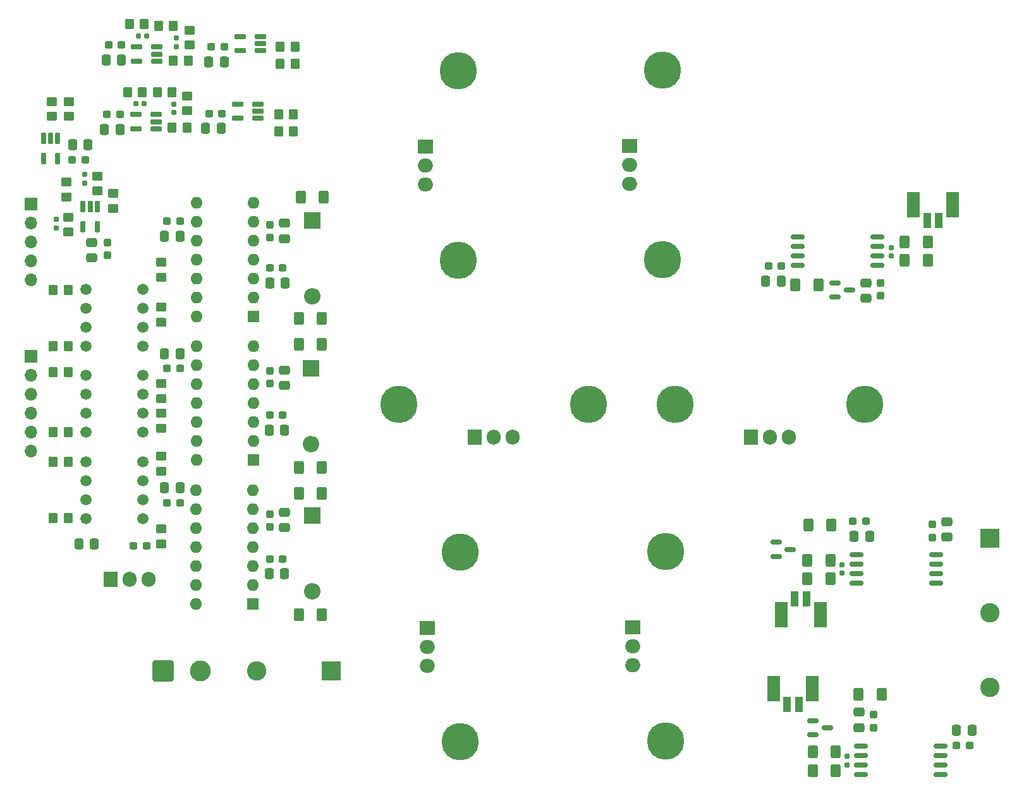
<source format=gbr>
%TF.GenerationSoftware,KiCad,Pcbnew,8.0.8*%
%TF.CreationDate,2025-03-02T04:32:18-08:00*%
%TF.ProjectId,motor_driver,6d6f746f-725f-4647-9269-7665722e6b69,rev?*%
%TF.SameCoordinates,Original*%
%TF.FileFunction,Soldermask,Top*%
%TF.FilePolarity,Negative*%
%FSLAX46Y46*%
G04 Gerber Fmt 4.6, Leading zero omitted, Abs format (unit mm)*
G04 Created by KiCad (PCBNEW 8.0.8) date 2025-03-02 04:32:18*
%MOMM*%
%LPD*%
G01*
G04 APERTURE LIST*
G04 Aperture macros list*
%AMRoundRect*
0 Rectangle with rounded corners*
0 $1 Rounding radius*
0 $2 $3 $4 $5 $6 $7 $8 $9 X,Y pos of 4 corners*
0 Add a 4 corners polygon primitive as box body*
4,1,4,$2,$3,$4,$5,$6,$7,$8,$9,$2,$3,0*
0 Add four circle primitives for the rounded corners*
1,1,$1+$1,$2,$3*
1,1,$1+$1,$4,$5*
1,1,$1+$1,$6,$7*
1,1,$1+$1,$8,$9*
0 Add four rect primitives between the rounded corners*
20,1,$1+$1,$2,$3,$4,$5,0*
20,1,$1+$1,$4,$5,$6,$7,0*
20,1,$1+$1,$6,$7,$8,$9,0*
20,1,$1+$1,$8,$9,$2,$3,0*%
G04 Aperture macros list end*
%ADD10RoundRect,0.250000X-0.400000X-0.625000X0.400000X-0.625000X0.400000X0.625000X-0.400000X0.625000X0*%
%ADD11RoundRect,0.250000X-0.337500X-0.475000X0.337500X-0.475000X0.337500X0.475000X-0.337500X0.475000X0*%
%ADD12RoundRect,0.237500X-0.300000X-0.237500X0.300000X-0.237500X0.300000X0.237500X-0.300000X0.237500X0*%
%ADD13RoundRect,0.250000X-0.450000X0.350000X-0.450000X-0.350000X0.450000X-0.350000X0.450000X0.350000X0*%
%ADD14RoundRect,0.162500X-0.162500X0.617500X-0.162500X-0.617500X0.162500X-0.617500X0.162500X0.617500X0*%
%ADD15RoundRect,0.250000X0.450000X-0.350000X0.450000X0.350000X-0.450000X0.350000X-0.450000X-0.350000X0*%
%ADD16RoundRect,0.155000X-0.155000X0.212500X-0.155000X-0.212500X0.155000X-0.212500X0.155000X0.212500X0*%
%ADD17RoundRect,0.162500X0.617500X0.162500X-0.617500X0.162500X-0.617500X-0.162500X0.617500X-0.162500X0*%
%ADD18RoundRect,0.250000X0.350000X0.450000X-0.350000X0.450000X-0.350000X-0.450000X0.350000X-0.450000X0*%
%ADD19C,5.000000*%
%ADD20R,2.000000X1.905000*%
%ADD21O,2.000000X1.905000*%
%ADD22RoundRect,0.237500X0.300000X0.237500X-0.300000X0.237500X-0.300000X-0.237500X0.300000X-0.237500X0*%
%ADD23R,1.600000X1.600000*%
%ADD24O,1.600000X1.600000*%
%ADD25RoundRect,0.250000X0.337500X0.475000X-0.337500X0.475000X-0.337500X-0.475000X0.337500X-0.475000X0*%
%ADD26RoundRect,0.250000X-0.475000X0.337500X-0.475000X-0.337500X0.475000X-0.337500X0.475000X0.337500X0*%
%ADD27RoundRect,0.150000X-0.587500X-0.150000X0.587500X-0.150000X0.587500X0.150000X-0.587500X0.150000X0*%
%ADD28RoundRect,0.237500X-0.237500X0.300000X-0.237500X-0.300000X0.237500X-0.300000X0.237500X0.300000X0*%
%ADD29RoundRect,0.250000X-0.350000X-0.450000X0.350000X-0.450000X0.350000X0.450000X-0.350000X0.450000X0*%
%ADD30RoundRect,0.250000X0.475000X-0.337500X0.475000X0.337500X-0.475000X0.337500X-0.475000X-0.337500X0*%
%ADD31R,1.700000X1.700000*%
%ADD32O,1.700000X1.700000*%
%ADD33R,2.600000X2.600000*%
%ADD34C,2.600000*%
%ADD35RoundRect,0.155000X-0.212500X-0.155000X0.212500X-0.155000X0.212500X0.155000X-0.212500X0.155000X0*%
%ADD36R,2.200000X2.200000*%
%ADD37O,2.200000X2.200000*%
%ADD38RoundRect,0.250000X0.400000X0.625000X-0.400000X0.625000X-0.400000X-0.625000X0.400000X-0.625000X0*%
%ADD39R,1.800000X3.400000*%
%ADD40R,1.000000X2.000000*%
%ADD41C,1.500000*%
%ADD42R,1.905000X2.000000*%
%ADD43O,1.905000X2.000000*%
%ADD44RoundRect,0.237500X0.237500X-0.300000X0.237500X0.300000X-0.237500X0.300000X-0.237500X-0.300000X0*%
%ADD45RoundRect,0.150000X-0.750000X-0.150000X0.750000X-0.150000X0.750000X0.150000X-0.750000X0.150000X0*%
%ADD46RoundRect,0.155000X0.155000X-0.212500X0.155000X0.212500X-0.155000X0.212500X-0.155000X-0.212500X0*%
%ADD47RoundRect,0.250001X-1.149999X-1.149999X1.149999X-1.149999X1.149999X1.149999X-1.149999X1.149999X0*%
%ADD48C,2.800000*%
%ADD49RoundRect,0.150000X0.750000X0.150000X-0.750000X0.150000X-0.750000X-0.150000X0.750000X-0.150000X0*%
G04 APERTURE END LIST*
D10*
%TO.C,R21*%
X182000000Y-119115000D03*
X185100000Y-119115000D03*
%TD*%
D11*
%TO.C,C26*%
X109925000Y-99250000D03*
X112000000Y-99250000D03*
%TD*%
D12*
%TO.C,C28*%
X188125000Y-111480000D03*
X189850000Y-111480000D03*
%TD*%
D13*
%TO.C,R47*%
X80787500Y-55212500D03*
X80787500Y-57212500D03*
%TD*%
D14*
%TO.C,U19*%
X81587500Y-60112500D03*
X80637500Y-60112500D03*
X79687500Y-60112500D03*
X79687500Y-62812500D03*
X81587500Y-62812500D03*
%TD*%
D13*
%TO.C,R38*%
X82800000Y-66000000D03*
X82800000Y-68000000D03*
%TD*%
D10*
%TO.C,R46*%
X113900000Y-124000000D03*
X117000000Y-124000000D03*
%TD*%
D12*
%TO.C,C8*%
X110000000Y-77500000D03*
X111725000Y-77500000D03*
%TD*%
D15*
%TO.C,R48*%
X83087500Y-57212500D03*
X83087500Y-55212500D03*
%TD*%
D16*
%TO.C,C27*%
X186675000Y-117297500D03*
X186675000Y-118432500D03*
%TD*%
D17*
%TO.C,U12*%
X108750000Y-48400000D03*
X108750000Y-47450000D03*
X108750000Y-46500000D03*
X106050000Y-46500000D03*
X106050000Y-48400000D03*
%TD*%
D12*
%TO.C,C35*%
X202000000Y-141500000D03*
X203725000Y-141500000D03*
%TD*%
D18*
%TO.C,R1*%
X92950000Y-53950000D03*
X90950000Y-53950000D03*
%TD*%
D10*
%TO.C,R41*%
X113900000Y-107750000D03*
X117000000Y-107750000D03*
%TD*%
D19*
%TO.C,Q5*%
X135500000Y-115582500D03*
X135500000Y-140982500D03*
D20*
X131100000Y-125742500D03*
D21*
X131100000Y-128282500D03*
X131100000Y-130822500D03*
%TD*%
D13*
%TO.C,R33*%
X83000000Y-70700000D03*
X83000000Y-72700000D03*
%TD*%
D22*
%TO.C,C40*%
X98000000Y-109000000D03*
X96275000Y-109000000D03*
%TD*%
D23*
%TO.C,U18*%
X107750000Y-122500000D03*
D24*
X107750000Y-119960000D03*
X107750000Y-117420000D03*
X107750000Y-114880000D03*
X107750000Y-112340000D03*
X107750000Y-109800000D03*
X107750000Y-107260000D03*
X100130000Y-107260000D03*
X100130000Y-109800000D03*
X100130000Y-112340000D03*
X100130000Y-114880000D03*
X100130000Y-117420000D03*
X100130000Y-119960000D03*
X100130000Y-122500000D03*
%TD*%
D25*
%TO.C,C7*%
X98000000Y-73250000D03*
X95925000Y-73250000D03*
%TD*%
D26*
%TO.C,C38*%
X86200000Y-74100000D03*
X86200000Y-76175000D03*
%TD*%
D27*
%TO.C,U10*%
X177875000Y-114280000D03*
X177875000Y-116180000D03*
X179750000Y-115230000D03*
%TD*%
D28*
%TO.C,C11*%
X191850000Y-79500000D03*
X191850000Y-81225000D03*
%TD*%
D29*
%TO.C,R45*%
X81000000Y-111000000D03*
X83000000Y-111000000D03*
%TD*%
D25*
%TO.C,C17*%
X103500000Y-58800000D03*
X101425000Y-58800000D03*
%TD*%
D30*
%TO.C,C19*%
X200750000Y-113575000D03*
X200750000Y-111500000D03*
%TD*%
D31*
%TO.C,J4*%
X78000000Y-89340000D03*
D32*
X78000000Y-91880000D03*
X78000000Y-94420000D03*
X78000000Y-96960000D03*
X78000000Y-99500000D03*
X78000000Y-102040000D03*
%TD*%
D33*
%TO.C,J1*%
X118250000Y-131500000D03*
D34*
X108250000Y-131500000D03*
%TD*%
D25*
%TO.C,C24*%
X98000000Y-89000000D03*
X95925000Y-89000000D03*
%TD*%
D11*
%TO.C,C43*%
X109925000Y-118500000D03*
X112000000Y-118500000D03*
%TD*%
D25*
%TO.C,C41*%
X98000000Y-107000000D03*
X95925000Y-107000000D03*
%TD*%
D13*
%TO.C,R39*%
X95500000Y-102750000D03*
X95500000Y-104750000D03*
%TD*%
D15*
%TO.C,R8*%
X95500000Y-84750000D03*
X95500000Y-82750000D03*
%TD*%
D29*
%TO.C,R10*%
X81000000Y-80500000D03*
X83000000Y-80500000D03*
%TD*%
D35*
%TO.C,C5*%
X92065000Y-55450000D03*
X93200000Y-55450000D03*
%TD*%
D36*
%TO.C,D1*%
X115750000Y-71170000D03*
D37*
X115750000Y-81330000D03*
%TD*%
D11*
%TO.C,C53*%
X84425000Y-114500000D03*
X86500000Y-114500000D03*
%TD*%
D38*
%TO.C,R20*%
X185250000Y-111980000D03*
X182150000Y-111980000D03*
%TD*%
D11*
%TO.C,C36*%
X202000000Y-139500000D03*
X204075000Y-139500000D03*
%TD*%
D39*
%TO.C,R44*%
X177475000Y-133865000D03*
D40*
X179275000Y-135965000D03*
X180875000Y-135965000D03*
D39*
X182675000Y-133865000D03*
%TD*%
D25*
%TO.C,C34*%
X103900000Y-49900000D03*
X101825000Y-49900000D03*
%TD*%
D18*
%TO.C,R17*%
X93200000Y-44850000D03*
X91200000Y-44850000D03*
%TD*%
D10*
%TO.C,R14*%
X113900000Y-84250000D03*
X117000000Y-84250000D03*
%TD*%
D18*
%TO.C,R19*%
X99100000Y-49750000D03*
X97100000Y-49750000D03*
%TD*%
D41*
%TO.C,U15*%
X85380000Y-103500000D03*
X85380000Y-106040000D03*
X85380000Y-108580000D03*
X85380000Y-111120000D03*
X93000000Y-111120000D03*
X93000000Y-108580000D03*
X93000000Y-106040000D03*
X93000000Y-103500000D03*
%TD*%
D10*
%TO.C,R9*%
X114150000Y-68000000D03*
X117250000Y-68000000D03*
%TD*%
D15*
%TO.C,R11*%
X98950000Y-56450000D03*
X98950000Y-54450000D03*
%TD*%
D17*
%TO.C,U6*%
X108450000Y-57450000D03*
X108450000Y-56500000D03*
X108450000Y-55550000D03*
X105750000Y-55550000D03*
X105750000Y-57450000D03*
%TD*%
D26*
%TO.C,C31*%
X112000000Y-91175000D03*
X112000000Y-93250000D03*
%TD*%
D13*
%TO.C,R23*%
X95500000Y-93000000D03*
X95500000Y-95000000D03*
%TD*%
D35*
%TO.C,C22*%
X92432500Y-46450000D03*
X93567500Y-46450000D03*
%TD*%
D22*
%TO.C,C20*%
X90162500Y-47650000D03*
X88437500Y-47650000D03*
%TD*%
D42*
%TO.C,U1*%
X88670000Y-119250000D03*
D43*
X91210000Y-119250000D03*
X93750000Y-119250000D03*
%TD*%
D19*
%TO.C,Q4*%
X164332500Y-95750000D03*
X189732500Y-95750000D03*
D42*
X174492500Y-100150000D03*
D43*
X177032500Y-100150000D03*
X179572500Y-100150000D03*
%TD*%
D30*
%TO.C,C46*%
X188925000Y-139115000D03*
X188925000Y-137040000D03*
%TD*%
D16*
%TO.C,C44*%
X187325000Y-142980000D03*
X187325000Y-144115000D03*
%TD*%
D12*
%TO.C,C42*%
X110025000Y-116500000D03*
X111750000Y-116500000D03*
%TD*%
D26*
%TO.C,C48*%
X112000000Y-110250000D03*
X112000000Y-112325000D03*
%TD*%
D36*
%TO.C,D2*%
X115500000Y-90920000D03*
D37*
X115500000Y-101080000D03*
%TD*%
D23*
%TO.C,U5*%
X107800000Y-84000000D03*
D24*
X107800000Y-81460000D03*
X107800000Y-78920000D03*
X107800000Y-76380000D03*
X107800000Y-73840000D03*
X107800000Y-71300000D03*
X107800000Y-68760000D03*
X100180000Y-68760000D03*
X100180000Y-71300000D03*
X100180000Y-73840000D03*
X100180000Y-76380000D03*
X100180000Y-78920000D03*
X100180000Y-81460000D03*
X100180000Y-84000000D03*
%TD*%
D29*
%TO.C,R42*%
X81000000Y-103500000D03*
X83000000Y-103500000D03*
%TD*%
D22*
%TO.C,C3*%
X89950000Y-56950000D03*
X88225000Y-56950000D03*
%TD*%
D12*
%TO.C,C50*%
X83562500Y-63012500D03*
X85287500Y-63012500D03*
%TD*%
D25*
%TO.C,C4*%
X89950000Y-58950000D03*
X87875000Y-58950000D03*
%TD*%
D44*
%TO.C,C18*%
X198750000Y-113612500D03*
X198750000Y-111887500D03*
%TD*%
D27*
%TO.C,U16*%
X182800000Y-138165000D03*
X182800000Y-140065000D03*
X184675000Y-139115000D03*
%TD*%
D38*
%TO.C,R5*%
X198150000Y-74000000D03*
X195050000Y-74000000D03*
%TD*%
D17*
%TO.C,U8*%
X94900000Y-49800000D03*
X94900000Y-48850000D03*
X94900000Y-47900000D03*
X92200000Y-47900000D03*
X92200000Y-49800000D03*
%TD*%
D45*
%TO.C,U13*%
X189175000Y-141595000D03*
X189175000Y-142865000D03*
X189175000Y-144135000D03*
X189175000Y-145405000D03*
X199825000Y-145405000D03*
X199825000Y-144135000D03*
X199825000Y-142865000D03*
X199825000Y-141595000D03*
%TD*%
D14*
%TO.C,U14*%
X86900000Y-69300000D03*
X85950000Y-69300000D03*
X85000000Y-69300000D03*
X85000000Y-72000000D03*
X86900000Y-72000000D03*
%TD*%
D46*
%TO.C,C10*%
X193300000Y-75885000D03*
X193300000Y-74750000D03*
%TD*%
D18*
%TO.C,R31*%
X113400000Y-47900000D03*
X111400000Y-47900000D03*
%TD*%
D29*
%TO.C,R26*%
X81000000Y-91500000D03*
X83000000Y-91500000D03*
%TD*%
D22*
%TO.C,C6*%
X97975000Y-71250000D03*
X96250000Y-71250000D03*
%TD*%
D15*
%TO.C,R24*%
X95500000Y-99000000D03*
X95500000Y-97000000D03*
%TD*%
D19*
%TO.C,Q2*%
X162650000Y-50992500D03*
X162650000Y-76392500D03*
D20*
X158250000Y-61152500D03*
D21*
X158250000Y-63692500D03*
X158250000Y-66232500D03*
%TD*%
D10*
%TO.C,R25*%
X113900000Y-87750000D03*
X117000000Y-87750000D03*
%TD*%
D11*
%TO.C,C51*%
X83612500Y-61012500D03*
X85687500Y-61012500D03*
%TD*%
D13*
%TO.C,R7*%
X95500000Y-76750000D03*
X95500000Y-78750000D03*
%TD*%
D19*
%TO.C,Q6*%
X163000000Y-115500000D03*
X163000000Y-140900000D03*
D20*
X158600000Y-125660000D03*
D21*
X158600000Y-128200000D03*
X158600000Y-130740000D03*
%TD*%
D26*
%TO.C,C14*%
X112000000Y-71500000D03*
X112000000Y-73575000D03*
%TD*%
D15*
%TO.C,R40*%
X95500000Y-114500000D03*
X95500000Y-112500000D03*
%TD*%
D39*
%TO.C,R28*%
X178550000Y-123980000D03*
D40*
X180350000Y-121905000D03*
X181950000Y-121905000D03*
D39*
X183750000Y-123980000D03*
%TD*%
D46*
%TO.C,C39*%
X81400000Y-72135000D03*
X81400000Y-71000000D03*
%TD*%
D36*
%TO.C,D3*%
X115750000Y-110670000D03*
D37*
X115750000Y-120830000D03*
%TD*%
D23*
%TO.C,U11*%
X107800000Y-103250000D03*
D24*
X107800000Y-100710000D03*
X107800000Y-98170000D03*
X107800000Y-95630000D03*
X107800000Y-93090000D03*
X107800000Y-90550000D03*
X107800000Y-88010000D03*
X100180000Y-88010000D03*
X100180000Y-90550000D03*
X100180000Y-93090000D03*
X100180000Y-95630000D03*
X100180000Y-98170000D03*
X100180000Y-100710000D03*
X100180000Y-103250000D03*
%TD*%
D18*
%TO.C,R6*%
X96950000Y-53950000D03*
X94950000Y-53950000D03*
%TD*%
D11*
%TO.C,C29*%
X188275000Y-113480000D03*
X190350000Y-113480000D03*
%TD*%
D38*
%TO.C,R2*%
X198150000Y-76500000D03*
X195050000Y-76500000D03*
%TD*%
D15*
%TO.C,R43*%
X86900000Y-67200000D03*
X86900000Y-65200000D03*
%TD*%
D26*
%TO.C,C12*%
X189850000Y-79500000D03*
X189850000Y-81575000D03*
%TD*%
D19*
%TO.C,Q1*%
X135250000Y-51082500D03*
X135250000Y-76482500D03*
D20*
X130850000Y-61242500D03*
D21*
X130850000Y-63782500D03*
X130850000Y-66322500D03*
%TD*%
D25*
%TO.C,C21*%
X90150000Y-49650000D03*
X88075000Y-49650000D03*
%TD*%
%TO.C,C2*%
X178500000Y-79250000D03*
X176425000Y-79250000D03*
%TD*%
D39*
%TO.C,R12*%
X196250000Y-69050000D03*
D40*
X198050000Y-71150000D03*
X199650000Y-71150000D03*
D39*
X201450000Y-69050000D03*
%TD*%
D13*
%TO.C,R35*%
X89000000Y-67500000D03*
X89000000Y-69500000D03*
%TD*%
D10*
%TO.C,R34*%
X182725000Y-142365000D03*
X185825000Y-142365000D03*
%TD*%
D47*
%TO.C,J2*%
X95750000Y-131500000D03*
D48*
X100750000Y-131500000D03*
%TD*%
D41*
%TO.C,U4*%
X85380000Y-80420000D03*
X85380000Y-82960000D03*
X85380000Y-85500000D03*
X85380000Y-88040000D03*
X93000000Y-88040000D03*
X93000000Y-85500000D03*
X93000000Y-82960000D03*
X93000000Y-80420000D03*
%TD*%
D10*
%TO.C,R30*%
X113900000Y-104250000D03*
X117000000Y-104250000D03*
%TD*%
D19*
%TO.C,Q3*%
X127332500Y-95750000D03*
X152732500Y-95750000D03*
D42*
X137492500Y-100150000D03*
D43*
X140032500Y-100150000D03*
X142572500Y-100150000D03*
%TD*%
D41*
%TO.C,U9*%
X85380000Y-91880000D03*
X85380000Y-94420000D03*
X85380000Y-96960000D03*
X85380000Y-99500000D03*
X93000000Y-99500000D03*
X93000000Y-96960000D03*
X93000000Y-94420000D03*
X93000000Y-91880000D03*
%TD*%
D22*
%TO.C,C16*%
X103612500Y-56800000D03*
X101887500Y-56800000D03*
%TD*%
D28*
%TO.C,C47*%
X110000000Y-110500000D03*
X110000000Y-112225000D03*
%TD*%
D29*
%TO.C,R29*%
X81000000Y-99500000D03*
X83000000Y-99500000D03*
%TD*%
D46*
%TO.C,C32*%
X97500000Y-47850000D03*
X97500000Y-46715000D03*
%TD*%
D18*
%TO.C,R15*%
X113200000Y-56950000D03*
X111200000Y-56950000D03*
%TD*%
D28*
%TO.C,C30*%
X110000000Y-91275000D03*
X110000000Y-93000000D03*
%TD*%
D15*
%TO.C,R27*%
X99300000Y-47650000D03*
X99300000Y-45650000D03*
%TD*%
D22*
%TO.C,C1*%
X178525000Y-77250000D03*
X176800000Y-77250000D03*
%TD*%
D38*
%TO.C,R4*%
X183500000Y-79800000D03*
X180400000Y-79800000D03*
%TD*%
D49*
%TO.C,U2*%
X191375000Y-77155000D03*
X191375000Y-75885000D03*
X191375000Y-74615000D03*
X191375000Y-73345000D03*
X180725000Y-73345000D03*
X180725000Y-74615000D03*
X180725000Y-75885000D03*
X180725000Y-77155000D03*
%TD*%
D10*
%TO.C,R37*%
X182725000Y-144865000D03*
X185825000Y-144865000D03*
%TD*%
%TO.C,R36*%
X188875000Y-134615000D03*
X191975000Y-134615000D03*
%TD*%
D31*
%TO.C,J5*%
X78000000Y-68920000D03*
D32*
X78000000Y-71460000D03*
X78000000Y-74000000D03*
X78000000Y-76540000D03*
X78000000Y-79080000D03*
%TD*%
D18*
%TO.C,R3*%
X98950000Y-58700000D03*
X96950000Y-58700000D03*
%TD*%
D22*
%TO.C,C33*%
X103900000Y-47900000D03*
X102175000Y-47900000D03*
%TD*%
D46*
%TO.C,C15*%
X97200000Y-56700000D03*
X97200000Y-55565000D03*
%TD*%
D27*
%TO.C,U17*%
X185762500Y-79500000D03*
X185762500Y-81400000D03*
X187637500Y-80450000D03*
%TD*%
D10*
%TO.C,R18*%
X182000000Y-116730000D03*
X185100000Y-116730000D03*
%TD*%
D44*
%TO.C,C45*%
X190925000Y-139115000D03*
X190925000Y-137390000D03*
%TD*%
D17*
%TO.C,U3*%
X94800000Y-58850000D03*
X94800000Y-57900000D03*
X94800000Y-56950000D03*
X92100000Y-56950000D03*
X92100000Y-58850000D03*
%TD*%
D28*
%TO.C,C13*%
X110000000Y-71750000D03*
X110000000Y-73475000D03*
%TD*%
D22*
%TO.C,C52*%
X93500000Y-114750000D03*
X91775000Y-114750000D03*
%TD*%
D28*
%TO.C,C37*%
X88300000Y-74100000D03*
X88300000Y-75825000D03*
%TD*%
D45*
%TO.C,U7*%
X188600000Y-115960000D03*
X188600000Y-117230000D03*
X188600000Y-118500000D03*
X188600000Y-119770000D03*
X199250000Y-119770000D03*
X199250000Y-118500000D03*
X199250000Y-117230000D03*
X199250000Y-115960000D03*
%TD*%
D46*
%TO.C,C49*%
X85200000Y-66135000D03*
X85200000Y-65000000D03*
%TD*%
D22*
%TO.C,C23*%
X98000000Y-91000000D03*
X96275000Y-91000000D03*
%TD*%
D29*
%TO.C,R32*%
X111400000Y-50150000D03*
X113400000Y-50150000D03*
%TD*%
D11*
%TO.C,C9*%
X110000000Y-79500000D03*
X112075000Y-79500000D03*
%TD*%
D29*
%TO.C,R16*%
X111200000Y-59200000D03*
X113200000Y-59200000D03*
%TD*%
D33*
%TO.C,J3*%
X206500000Y-113750000D03*
D34*
X206500000Y-123750000D03*
X206500000Y-133750000D03*
%TD*%
D12*
%TO.C,C25*%
X110025000Y-97250000D03*
X111750000Y-97250000D03*
%TD*%
D29*
%TO.C,R13*%
X81000000Y-88000000D03*
X83000000Y-88000000D03*
%TD*%
D18*
%TO.C,R22*%
X97100000Y-45050000D03*
X95100000Y-45050000D03*
%TD*%
M02*

</source>
